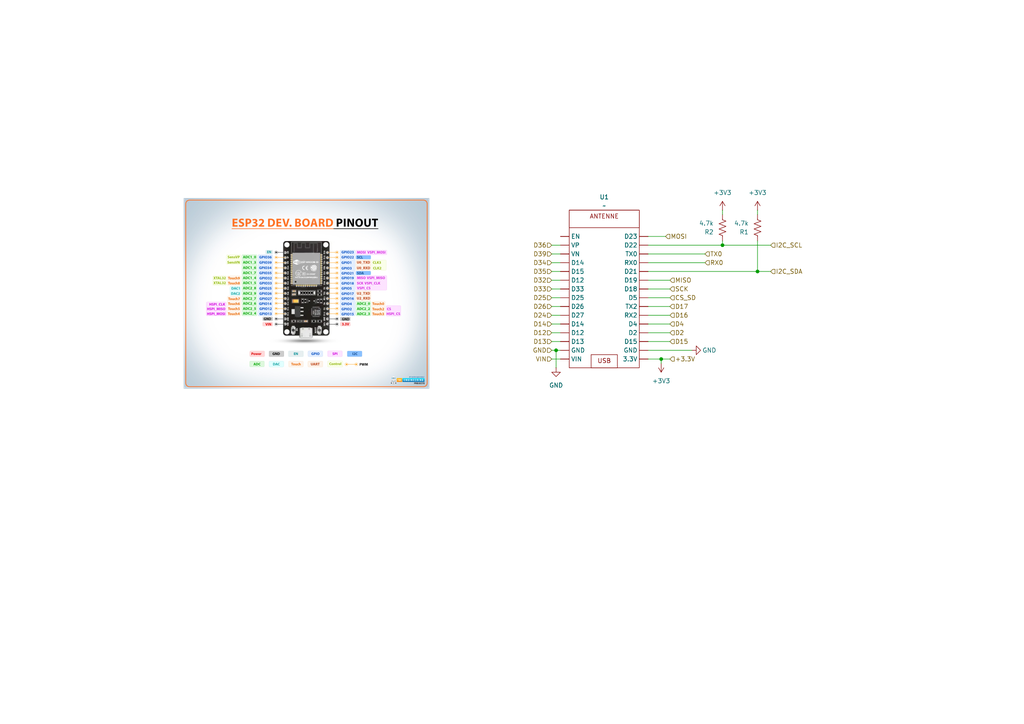
<source format=kicad_sch>
(kicad_sch (version 20250114) (generator "eeschema") (generator_version "9.0")
  (paper "A4")
  (lib_symbols
    (symbol "Device:R_US" (pin_numbers (hide yes)) (pin_names (offset 0))
      (property "Reference" "R" (at 2.54 0 90))
      (property "Value" "R_US" (at -2.54 0 90))
      (symbol "R_US_0_1"
        (polyline (pts (xy 0 2.286) (xy 0 2.54)))
        (polyline (pts (xy 0 2.286) (xy 1.016 1.905) (xy 0 1.524) (xy -1.016 1.143) (xy 0 0.762)))
        (polyline (pts (xy 0 0.762) (xy 1.016 0.381) (xy 0 0) (xy -1.016 -0.381) (xy 0 -0.762)))
        (polyline (pts (xy 0 -0.762) (xy 1.016 -1.143) (xy 0 -1.524) (xy -1.016 -1.905) (xy 0 -2.286)))
        (polyline (pts (xy 0 -2.286) (xy 0 -2.54)))
      )
      (symbol "R_US_1_1"
        (pin passive line (at 0 3.81 270) (length 1.27) (name "~") (number "1"))
        (pin passive line (at 0 -3.81 90) (length 1.27) (name "~") (number "2"))
      )
    )
    (symbol "MCU:ESP32_DEV_MODULE"
      (property "Reference" "U" (at 0 0 0))
      (symbol "ESP32_DEV_MODULE_0_1"
        (rectangle (start -10.16 26.67) (end 10.16 -19.05))
      )
      (symbol "ESP32_DEV_MODULE_1_1"
        (text_box "ANTENNE" (at -10.16 26.67 0) (size 20.32 -5.08) (margins 1.016 1.016 1.016 1.016) (effects (font (size 1.27 1.27)) (justify top)))
        (text_box "USB" (at -3.81 -19.05 0) (size 7.62 3.81) (margins 1.016 1.016 1.016 1.016) (effects (font (size 1.27 1.27)) (justify top)))
        (pin input line (at -12.7 19.05 0) (length 2.54) (name "EN") (number ""))
        (pin input line (at -12.7 16.51 0) (length 2.54) (name "VP") (number ""))
        (pin input line (at -12.7 13.97 0) (length 2.54) (name "VN") (number ""))
        (pin input line (at -12.7 11.43 0) (length 2.54) (name "D14") (number ""))
        (pin input line (at -12.7 8.89 0) (length 2.54) (name "D15") (number ""))
        (pin input line (at -12.7 6.35 0) (length 2.54) (name "D12") (number ""))
        (pin input line (at -12.7 3.81 0) (length 2.54) (name "D33") (number ""))
        (pin input line (at -12.7 1.27 0) (length 2.54) (name "D25") (number ""))
        (pin input line (at -12.7 -1.27 0) (length 2.54) (name "D26") (number ""))
        (pin input line (at -12.7 -3.81 0) (length 2.54) (name "D27") (number ""))
        (pin input line (at -12.7 -6.35 0) (length 2.54) (name "D14") (number ""))
        (pin input line (at -12.7 -8.89 0) (length 2.54) (name "D12") (number ""))
        (pin input line (at -12.7 -11.43 0) (length 2.54) (name "D13") (number ""))
        (pin input line (at -12.7 -13.97 0) (length 2.54) (name "GND") (number ""))
        (pin input line (at -12.7 -16.51 0) (length 2.54) (name "VIN") (number ""))
        (pin input line (at 12.7 19.05 180) (length 2.54) (name "D23") (number ""))
        (pin input line (at 12.7 16.51 180) (length 2.54) (name "D22") (number ""))
        (pin input line (at 12.7 13.97 180) (length 2.54) (name "TX0") (number ""))
        (pin input line (at 12.7 11.43 180) (length 2.54) (name "RX0") (number ""))
        (pin input line (at 12.7 8.89 180) (length 2.54) (name "D21") (number ""))
        (pin input line (at 12.7 6.35 180) (length 2.54) (name "D19") (number ""))
        (pin input line (at 12.7 3.81 180) (length 2.54) (name "D18") (number ""))
        (pin input line (at 12.7 1.27 180) (length 2.54) (name "D5") (number ""))
        (pin input line (at 12.7 -1.27 180) (length 2.54) (name "TX2") (number ""))
        (pin input line (at 12.7 -3.81 180) (length 2.54) (name "RX2") (number ""))
        (pin input line (at 12.7 -6.35 180) (length 2.54) (name "D4") (number ""))
        (pin input line (at 12.7 -8.89 180) (length 2.54) (name "D2") (number ""))
        (pin input line (at 12.7 -11.43 180) (length 2.54) (name "D15") (number ""))
        (pin input line (at 12.7 -13.97 180) (length 2.54) (name "GND") (number ""))
        (pin input line (at 12.7 -16.51 180) (length 2.54) (name "3.3V") (number ""))
      )
    )
    (symbol "power:+3V3" (power) (pin_numbers (hide yes)) (pin_names (offset 0) (hide yes))
      (property "Value" "+3V3" (at 0 3.556 0))
      (symbol "+3V3_0_1"
        (polyline (pts (xy -0.762 1.27) (xy 0 2.54)))
        (polyline (pts (xy 0 2.54) (xy 0.762 1.27)))
        (polyline (pts (xy 0 0) (xy 0 2.54)))
      )
      (symbol "+3V3_1_1"
        (pin power_in line (at 0 0 90) (length 0) (name "~") (number "1"))
      )
    )
    (symbol "power:GND" (power) (pin_numbers (hide yes)) (pin_names (offset 0) (hide yes))
      (property "Value" "GND" (at 0 -3.81 0))
      (symbol "GND_0_1"
        (polyline (pts (xy 0 0) (xy 0 -1.27) (xy 1.27 -1.27) (xy 0 -2.54) (xy -1.27 -1.27) (xy 0 -1.27)))
      )
      (symbol "GND_1_1"
        (pin power_in line (at 0 0 270) (length 0) (name "~") (number "1"))
      )
    )
  )
  (junction (at 191.77 104.14))
  (junction (at 161.29 101.6))
  (junction (at 219.71 78.74))
  (junction (at 209.55 71.12))
  (wire (pts (xy 209.55 69.85) (xy 209.55 71.12)))
  (wire (pts (xy 187.96 78.74) (xy 219.71 78.74)))
  (wire (pts (xy 187.96 91.44) (xy 194.31 91.44)))
  (wire (pts (xy 187.96 83.82) (xy 194.31 83.82)))
  (wire (pts (xy 187.96 81.28) (xy 194.31 81.28)))
  (wire (pts (xy 160.02 78.74) (xy 162.56 78.74)))
  (wire (pts (xy 187.96 73.66) (xy 204.47 73.66)))
  (wire (pts (xy 187.96 88.9) (xy 194.31 88.9)))
  (wire (pts (xy 160.02 86.36) (xy 162.56 86.36)))
  (wire (pts (xy 160.02 71.12) (xy 162.56 71.12)))
  (wire (pts (xy 187.96 101.6) (xy 200.66 101.6)))
  (wire (pts (xy 191.77 104.14) (xy 194.31 104.14)))
  (wire (pts (xy 187.96 71.12) (xy 209.55 71.12)))
  (wire (pts (xy 219.71 78.74) (xy 223.52 78.74)))
  (wire (pts (xy 160.02 96.52) (xy 162.56 96.52)))
  (wire (pts (xy 191.77 104.14) (xy 191.77 105.41)))
  (wire (pts (xy 161.29 101.6) (xy 162.56 101.6)))
  (wire (pts (xy 160.02 83.82) (xy 162.56 83.82)))
  (wire (pts (xy 160.02 101.6) (xy 161.29 101.6)))
  (wire (pts (xy 187.96 76.2) (xy 204.47 76.2)))
  (wire (pts (xy 160.02 73.66) (xy 162.56 73.66)))
  (wire (pts (xy 187.96 68.58) (xy 193.04 68.58)))
  (wire (pts (xy 161.29 101.6) (xy 161.29 106.68)))
  (wire (pts (xy 160.02 104.14) (xy 162.56 104.14)))
  (wire (pts (xy 160.02 93.98) (xy 162.56 93.98)))
  (wire (pts (xy 187.96 86.36) (xy 194.31 86.36)))
  (wire (pts (xy 209.55 71.12) (xy 223.52 71.12)))
  (wire (pts (xy 160.02 99.06) (xy 162.56 99.06)))
  (wire (pts (xy 187.96 93.98) (xy 194.31 93.98)))
  (wire (pts (xy 160.02 81.28) (xy 162.56 81.28)))
  (wire (pts (xy 187.96 99.06) (xy 194.31 99.06)))
  (wire (pts (xy 160.02 91.44) (xy 162.56 91.44)))
  (wire (pts (xy 209.55 62.23) (xy 209.55 60.96)))
  (wire (pts (xy 187.96 96.52) (xy 194.31 96.52)))
  (wire (pts (xy 219.71 69.85) (xy 219.71 78.74)))
  (wire (pts (xy 160.02 88.9) (xy 162.56 88.9)))
  (wire (pts (xy 219.71 62.23) (xy 219.71 60.96)))
  (wire (pts (xy 187.96 104.14) (xy 191.77 104.14)))
  (wire (pts (xy 160.02 76.2) (xy 162.56 76.2)))
  (image (at 88.9 85.09) (scale 0.253178))
  (hierarchical_label "D24" (shape input) (at 160.02 91.44 180))
  (hierarchical_label "TX0" (shape input) (at 204.47 73.66 0))
  (hierarchical_label "D17" (shape input) (at 194.31 88.9 0))
  (hierarchical_label "SCK" (shape input) (at 194.31 83.82 0))
  (hierarchical_label "CS_SD" (shape input) (at 194.31 86.36 0))
  (hierarchical_label "D34" (shape input) (at 160.02 76.2 180))
  (hierarchical_label "I2C_SDA" (shape input) (at 223.52 78.74 0))
  (hierarchical_label "MOSI" (shape input) (at 193.04 68.58 0))
  (hierarchical_label "D4" (shape input) (at 194.31 93.98 0))
  (hierarchical_label "D32" (shape input) (at 160.02 81.28 180))
  (hierarchical_label "D12" (shape input) (at 160.02 96.52 180))
  (hierarchical_label "D36" (shape input) (at 160.02 71.12 180))
  (hierarchical_label "D15" (shape input) (at 194.31 99.06 0))
  (hierarchical_label "D25" (shape input) (at 160.02 86.36 180))
  (hierarchical_label "VIN" (shape input) (at 160.02 104.14 180))
  (hierarchical_label "D16" (shape input) (at 194.31 91.44 0))
  (hierarchical_label "D26" (shape input) (at 160.02 88.9 180))
  (hierarchical_label "D35" (shape input) (at 160.02 78.74 180))
  (hierarchical_label "D13" (shape input) (at 160.02 99.06 180))
  (hierarchical_label "D2" (shape input) (at 194.31 96.52 0))
  (hierarchical_label "D14" (shape input) (at 160.02 93.98 180))
  (hierarchical_label "RX0" (shape input) (at 204.47 76.2 0))
  (hierarchical_label "+3.3V" (shape input) (at 194.31 104.14 0))
  (hierarchical_label "GND" (shape input) (at 160.02 101.6 180))
  (hierarchical_label "D39" (shape input) (at 160.02 73.66 180))
  (hierarchical_label "D33" (shape input) (at 160.02 83.82 180))
  (hierarchical_label "I2C_SCL" (shape input) (at 223.52 71.12 0))
  (hierarchical_label "MISO" (shape input) (at 194.31 81.28 0))
  (symbol (lib_id "MCU:ESP32_DEV_MODULE") (at 175.26 87.63 0) (unit 1)
    (property "Reference" "U1" (at 175.26 57.15 0))
    (property "Value" "~" (at 175.26 59.69 0))
  )
  (symbol (lib_id "power:+3V3") (at 191.77 105.41 180) (unit 1)
    (property "Reference" "#PWR05" (effects (hide yes)))
    (property "Value" "+3V3" (at 191.77 110.49 0))
    (property "Description" "Power symbol creates a global label with name \"+3V3\"" (effects (hide yes)))
  )
  (symbol (lib_id "power:GND") (at 161.29 106.68 0) (unit 1)
    (property "Reference" "#PWR03" (effects (hide yes)))
    (property "Value" "GND" (at 161.29 111.76 0))
    (property "Description" "Power symbol creates a global label with name \"GND\" , ground" (effects (hide yes)))
  )
  (symbol (lib_id "power:+3V3") (at 219.71 60.96 0) (unit 1)
    (property "Reference" "#PWR06" (effects (hide yes)))
    (property "Value" "+3V3" (at 219.71 55.88 0))
    (property "Description" "Power symbol creates a global label with name \"+3V3\"" (effects (hide yes)))
  )
  (symbol (lib_id "Device:R_US") (at 209.55 66.04 180) (unit 1)
    (property "Reference" "R2" (at 207.01 67.3101 0) (effects (justify left)))
    (property "Value" "4.7k" (at 207.01 64.7701 0) (effects (justify left)))
    (property "Description" "Resistor, US symbol" (effects (hide yes)))
  )
  (symbol (lib_id "Device:R_US") (at 219.71 66.04 180) (unit 1)
    (property "Reference" "R1" (at 217.17 67.3101 0) (effects (justify left)))
    (property "Value" "4.7k" (at 217.17 64.7701 0) (effects (justify left)))
    (property "Description" "Resistor, US symbol" (effects (hide yes)))
  )
  (symbol (lib_id "power:GND") (at 200.66 101.6 90) (unit 1)
    (property "Reference" "#PWR04" (effects (hide yes)))
    (property "Value" "GND" (at 205.74 101.6 90))
    (property "Description" "Power symbol creates a global label with name \"GND\" , ground" (effects (hide yes)))
  )
  (symbol (lib_id "power:+3V3") (at 209.55 60.96 0) (unit 1)
    (property "Reference" "#PWR07" (effects (hide yes)))
    (property "Value" "+3V3" (at 209.55 55.88 0))
    (property "Description" "Power symbol creates a global label with name \"+3V3\"" (effects (hide yes)))
  )
)
</source>
